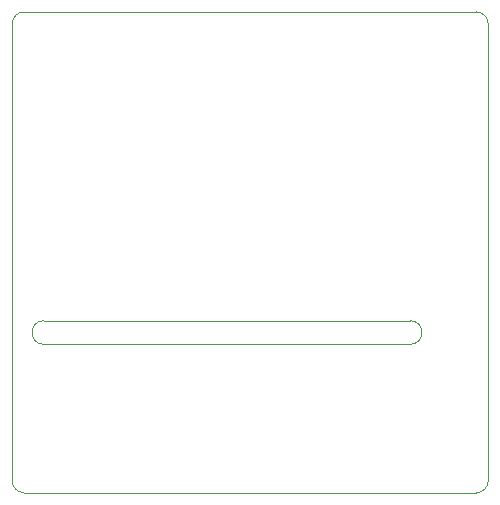
<source format=gm1>
%TF.GenerationSoftware,KiCad,Pcbnew,8.0.2*%
%TF.CreationDate,2024-06-14T21:27:27+05:30*%
%TF.ProjectId,gate driver circuit design,67617465-2064-4726-9976-657220636972,rev?*%
%TF.SameCoordinates,Original*%
%TF.FileFunction,Profile,NP*%
%FSLAX46Y46*%
G04 Gerber Fmt 4.6, Leading zero omitted, Abs format (unit mm)*
G04 Created by KiCad (PCBNEW 8.0.2) date 2024-06-14 21:27:27*
%MOMM*%
%LPD*%
G01*
G04 APERTURE LIST*
%TA.AperFunction,Profile*%
%ADD10C,0.050000*%
%TD*%
G04 APERTURE END LIST*
D10*
X110519000Y-71742000D02*
G75*
G02*
X110519000Y-73742000I0J-1000000D01*
G01*
X76835796Y-46602829D02*
X76835796Y-85302829D01*
X79519000Y-73742000D02*
X110519000Y-73742000D01*
X116135796Y-45602829D02*
G75*
G02*
X117135771Y-46602829I4J-999971D01*
G01*
X117135796Y-85302829D02*
G75*
G02*
X116135796Y-86302796I-999996J29D01*
G01*
X117135796Y-46602829D02*
X117135796Y-85302829D01*
X77835796Y-45602829D02*
X116135796Y-45602829D01*
X77835796Y-86302829D02*
G75*
G02*
X76835771Y-85302829I4J1000029D01*
G01*
X110519000Y-71742000D02*
X79519000Y-71742000D01*
X77835796Y-86302829D02*
X116135796Y-86302829D01*
X79519000Y-73742000D02*
G75*
G02*
X79519000Y-71742000I0J1000000D01*
G01*
X76835796Y-46602829D02*
G75*
G02*
X77835796Y-45602796I1000004J29D01*
G01*
M02*

</source>
